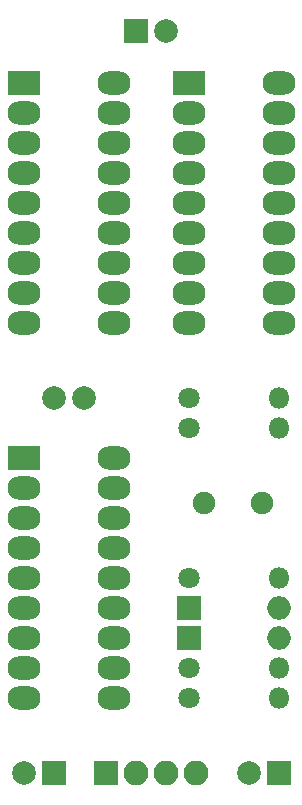
<source format=gbr>
G04 #@! TF.FileFunction,Soldermask,Top*
%FSLAX46Y46*%
G04 Gerber Fmt 4.6, Leading zero omitted, Abs format (unit mm)*
G04 Created by KiCad (PCBNEW 4.0.7) date Thursday, November 09, 2017 'PMt' 11:15:27 PM*
%MOMM*%
%LPD*%
G01*
G04 APERTURE LIST*
%ADD10C,0.100000*%
%ADD11R,2.100000X2.100000*%
%ADD12O,2.100000X2.100000*%
%ADD13C,1.800000*%
%ADD14O,1.800000X1.800000*%
%ADD15R,2.800000X2.000000*%
%ADD16O,2.800000X2.000000*%
%ADD17C,1.900000*%
%ADD18C,2.000000*%
%ADD19R,2.000000X2.000000*%
%ADD20O,2.000000X2.000000*%
G04 APERTURE END LIST*
D10*
D11*
X137795000Y-143510000D03*
D12*
X140335000Y-143510000D03*
X142875000Y-143510000D03*
X145415000Y-143510000D03*
D13*
X144780000Y-111760000D03*
D14*
X152400000Y-111760000D03*
D13*
X144780000Y-114300000D03*
D14*
X152400000Y-114300000D03*
D13*
X144780000Y-127000000D03*
D14*
X152400000Y-127000000D03*
D13*
X144780000Y-134620000D03*
D14*
X152400000Y-134620000D03*
D13*
X144780000Y-137160000D03*
D14*
X152400000Y-137160000D03*
D15*
X130810000Y-85090000D03*
D16*
X138430000Y-105410000D03*
X130810000Y-87630000D03*
X138430000Y-102870000D03*
X130810000Y-90170000D03*
X138430000Y-100330000D03*
X130810000Y-92710000D03*
X138430000Y-97790000D03*
X130810000Y-95250000D03*
X138430000Y-95250000D03*
X130810000Y-97790000D03*
X138430000Y-92710000D03*
X130810000Y-100330000D03*
X138430000Y-90170000D03*
X130810000Y-102870000D03*
X138430000Y-87630000D03*
X130810000Y-105410000D03*
X138430000Y-85090000D03*
D15*
X144780000Y-85090000D03*
D16*
X152400000Y-105410000D03*
X144780000Y-87630000D03*
X152400000Y-102870000D03*
X144780000Y-90170000D03*
X152400000Y-100330000D03*
X144780000Y-92710000D03*
X152400000Y-97790000D03*
X144780000Y-95250000D03*
X152400000Y-95250000D03*
X144780000Y-97790000D03*
X152400000Y-92710000D03*
X144780000Y-100330000D03*
X152400000Y-90170000D03*
X144780000Y-102870000D03*
X152400000Y-87630000D03*
X144780000Y-105410000D03*
X152400000Y-85090000D03*
D15*
X130810000Y-116840000D03*
D16*
X138430000Y-137160000D03*
X130810000Y-119380000D03*
X138430000Y-134620000D03*
X130810000Y-121920000D03*
X138430000Y-132080000D03*
X130810000Y-124460000D03*
X138430000Y-129540000D03*
X130810000Y-127000000D03*
X138430000Y-127000000D03*
X130810000Y-129540000D03*
X138430000Y-124460000D03*
X130810000Y-132080000D03*
X138430000Y-121920000D03*
X130810000Y-134620000D03*
X138430000Y-119380000D03*
X130810000Y-137160000D03*
X138430000Y-116840000D03*
D17*
X146050000Y-120650000D03*
X150950000Y-120650000D03*
D18*
X135890000Y-111760000D03*
X133390000Y-111760000D03*
D19*
X144780000Y-129540000D03*
D20*
X152400000Y-129540000D03*
D19*
X144780000Y-132080000D03*
D20*
X152400000Y-132080000D03*
D19*
X140335000Y-80645000D03*
D18*
X142835000Y-80645000D03*
D19*
X133350000Y-143510000D03*
D18*
X130850000Y-143510000D03*
D19*
X152400000Y-143510000D03*
D18*
X149900000Y-143510000D03*
M02*

</source>
